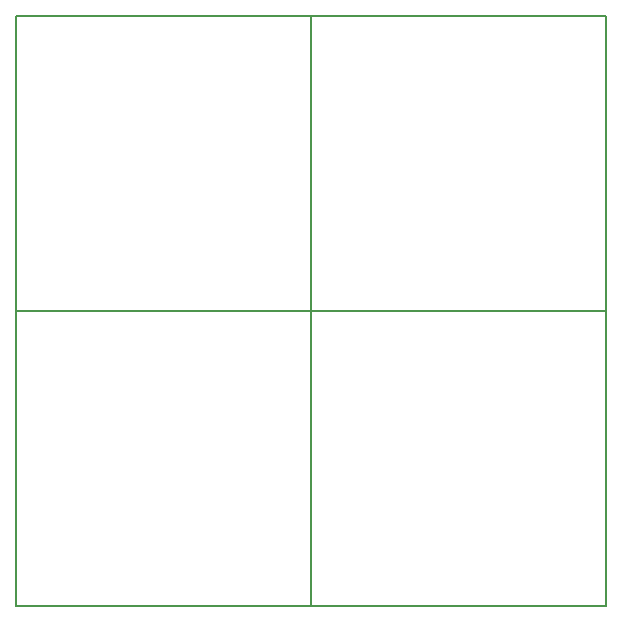
<source format=gm1>
G04 #@! TF.FileFunction,Profile,NP*
%FSLAX46Y46*%
G04 Gerber Fmt 4.6, Leading zero omitted, Abs format (unit mm)*
G04 Created by KiCad (PCBNEW 0.201603210401+6634~43~ubuntu14.04.1-product) date mån 28 mar 2016 19:03:26*
%MOMM*%
G01*
G04 APERTURE LIST*
%ADD10C,0.100000*%
%ADD11C,0.150000*%
G04 APERTURE END LIST*
D10*
D11*
X125000000Y-149968200D02*
X125000000Y-124968200D01*
X100000000Y-149968200D02*
X125000000Y-149968200D01*
X100000000Y-124968200D02*
X100000000Y-149968200D01*
X100000000Y-124968200D02*
X125000000Y-124968200D01*
X149968200Y-149993600D02*
X149968200Y-124993600D01*
X124968200Y-149993600D02*
X149968200Y-149993600D01*
X124968200Y-124993600D02*
X124968200Y-149993600D01*
X124968200Y-124993600D02*
X149968200Y-124993600D01*
X124968200Y-100000000D02*
X149968200Y-100000000D01*
X124968200Y-100000000D02*
X124968200Y-125000000D01*
X124968200Y-125000000D02*
X149968200Y-125000000D01*
X149968200Y-125000000D02*
X149968200Y-100000000D01*
X125000000Y-125000000D02*
X125000000Y-100000000D01*
X100000000Y-125000000D02*
X125000000Y-125000000D01*
X100000000Y-100000000D02*
X100000000Y-125000000D01*
X100000000Y-100000000D02*
X125000000Y-100000000D01*
M02*

</source>
